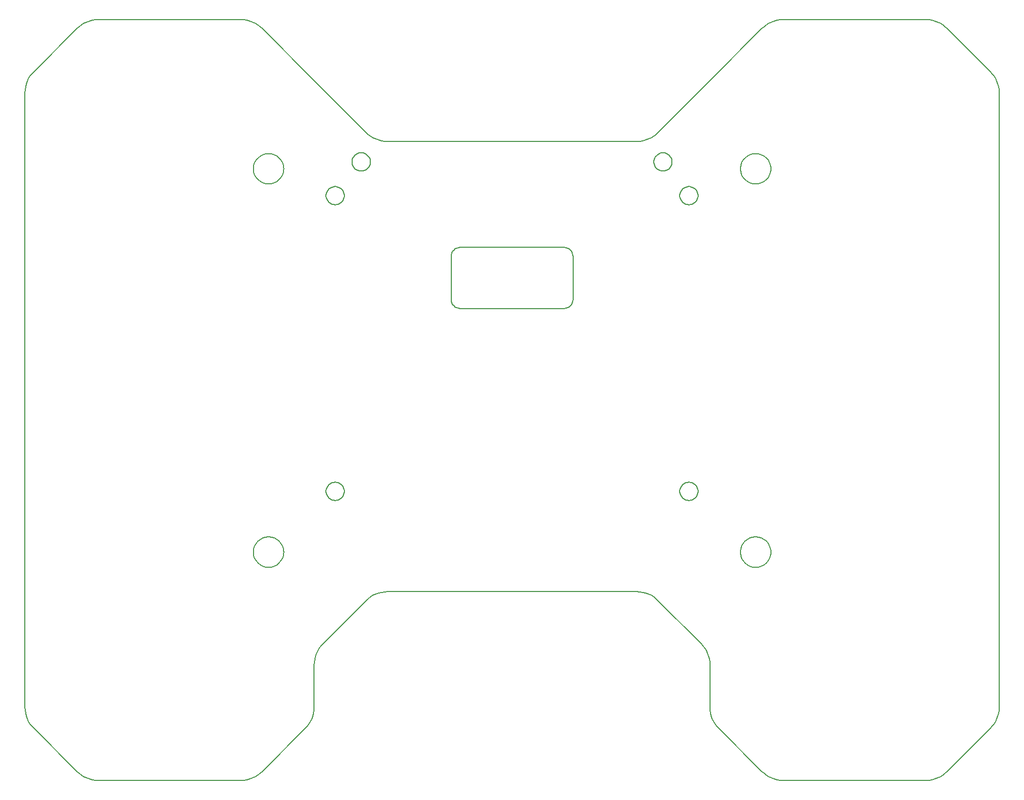
<source format=gbr>
G04 PROTEUS GERBER X2 FILE*
%TF.GenerationSoftware,Labcenter,Proteus,8.9-SP0-Build27865*%
%TF.CreationDate,2021-06-19T08:02:23+00:00*%
%TF.FileFunction,NonPlated,1,2,NPTH*%
%TF.FilePolarity,Positive*%
%TF.Part,Single*%
%TF.SameCoordinates,{64bffbd5-d61a-4640-9b31-8bd0ff2465da}*%
%FSLAX45Y45*%
%MOMM*%
G01*
%TA.AperFunction,Profile*%
%ADD23C,0.203200*%
%TD.AperFunction*%
D23*
X-2323896Y+3403910D02*
X-2324397Y+3416146D01*
X-2328466Y+3440620D01*
X-2336967Y+3465094D01*
X-2350817Y+3489568D01*
X-2372007Y+3513878D01*
X-2396481Y+3532238D01*
X-2420955Y+3544072D01*
X-2445429Y+3550963D01*
X-2469903Y+3553597D01*
X-2473629Y+3553643D01*
X-2623362Y+3403910D02*
X-2622861Y+3416146D01*
X-2618792Y+3440620D01*
X-2610291Y+3465094D01*
X-2596441Y+3489568D01*
X-2575251Y+3513878D01*
X-2550777Y+3532238D01*
X-2526303Y+3544072D01*
X-2501829Y+3550963D01*
X-2477355Y+3553597D01*
X-2473629Y+3553643D01*
X-2623362Y+3403910D02*
X-2622861Y+3391674D01*
X-2618792Y+3367200D01*
X-2610291Y+3342726D01*
X-2596441Y+3318252D01*
X-2575251Y+3293942D01*
X-2550777Y+3275582D01*
X-2526303Y+3263748D01*
X-2501829Y+3256857D01*
X-2477355Y+3254223D01*
X-2473629Y+3254177D01*
X-2323896Y+3403910D02*
X-2324397Y+3391674D01*
X-2328466Y+3367200D01*
X-2336967Y+3342726D01*
X-2350817Y+3318252D01*
X-2372007Y+3293942D01*
X-2396481Y+3275582D01*
X-2420955Y+3263748D01*
X-2445429Y+3256857D01*
X-2469903Y+3254223D01*
X-2473629Y+3254177D01*
X+2623282Y+3403910D02*
X+2622781Y+3416146D01*
X+2618712Y+3440620D01*
X+2610211Y+3465094D01*
X+2596361Y+3489568D01*
X+2575171Y+3513878D01*
X+2550697Y+3532238D01*
X+2526223Y+3544072D01*
X+2501749Y+3550963D01*
X+2477275Y+3553597D01*
X+2473549Y+3553643D01*
X+2323816Y+3403910D02*
X+2324317Y+3416146D01*
X+2328386Y+3440620D01*
X+2336887Y+3465094D01*
X+2350737Y+3489568D01*
X+2371927Y+3513878D01*
X+2396401Y+3532238D01*
X+2420875Y+3544072D01*
X+2445349Y+3550963D01*
X+2469823Y+3553597D01*
X+2473549Y+3553643D01*
X+2323816Y+3403910D02*
X+2324317Y+3391674D01*
X+2328386Y+3367200D01*
X+2336887Y+3342726D01*
X+2350737Y+3318252D01*
X+2371927Y+3293942D01*
X+2396401Y+3275582D01*
X+2420875Y+3263748D01*
X+2445349Y+3256857D01*
X+2469823Y+3254223D01*
X+2473549Y+3254177D01*
X+2623282Y+3403910D02*
X+2622781Y+3391674D01*
X+2618712Y+3367200D01*
X+2610211Y+3342726D01*
X+2596361Y+3318252D01*
X+2575171Y+3293942D01*
X+2550697Y+3275582D01*
X+2526223Y+3263748D01*
X+2501749Y+3256857D01*
X+2477275Y+3254223D01*
X+2473549Y+3254177D01*
X+2623282Y+3403910D02*
X+2622781Y+3416146D01*
X+2618712Y+3440620D01*
X+2610211Y+3465094D01*
X+2596361Y+3489568D01*
X+2575171Y+3513878D01*
X+2550697Y+3532238D01*
X+2526223Y+3544072D01*
X+2501749Y+3550963D01*
X+2477275Y+3553597D01*
X+2473549Y+3553643D01*
X+2323816Y+3403910D02*
X+2324317Y+3416146D01*
X+2328386Y+3440620D01*
X+2336887Y+3465094D01*
X+2350737Y+3489568D01*
X+2371927Y+3513878D01*
X+2396401Y+3532238D01*
X+2420875Y+3544072D01*
X+2445349Y+3550963D01*
X+2469823Y+3553597D01*
X+2473549Y+3553643D01*
X+2323816Y+3403910D02*
X+2324317Y+3391674D01*
X+2328386Y+3367200D01*
X+2336887Y+3342726D01*
X+2350737Y+3318252D01*
X+2371927Y+3293942D01*
X+2396401Y+3275582D01*
X+2420875Y+3263748D01*
X+2445349Y+3256857D01*
X+2469823Y+3254223D01*
X+2473549Y+3254177D01*
X+2623282Y+3403910D02*
X+2622781Y+3391674D01*
X+2618712Y+3367200D01*
X+2610211Y+3342726D01*
X+2596361Y+3318252D01*
X+2575171Y+3293942D01*
X+2550697Y+3275582D01*
X+2526223Y+3263748D01*
X+2501749Y+3256857D01*
X+2477275Y+3254223D01*
X+2473549Y+3254177D01*
X-2323896Y+3403910D02*
X-2324397Y+3416146D01*
X-2328466Y+3440620D01*
X-2336967Y+3465094D01*
X-2350817Y+3489568D01*
X-2372007Y+3513878D01*
X-2396481Y+3532238D01*
X-2420955Y+3544072D01*
X-2445429Y+3550963D01*
X-2469903Y+3553597D01*
X-2473629Y+3553643D01*
X-2623362Y+3403910D02*
X-2622861Y+3416146D01*
X-2618792Y+3440620D01*
X-2610291Y+3465094D01*
X-2596441Y+3489568D01*
X-2575251Y+3513878D01*
X-2550777Y+3532238D01*
X-2526303Y+3544072D01*
X-2501829Y+3550963D01*
X-2477355Y+3553597D01*
X-2473629Y+3553643D01*
X-2623362Y+3403910D02*
X-2622861Y+3391674D01*
X-2618792Y+3367200D01*
X-2610291Y+3342726D01*
X-2596441Y+3318252D01*
X-2575251Y+3293942D01*
X-2550777Y+3275582D01*
X-2526303Y+3263748D01*
X-2501829Y+3256857D01*
X-2477355Y+3254223D01*
X-2473629Y+3254177D01*
X-2323896Y+3403910D02*
X-2324397Y+3391674D01*
X-2328466Y+3367200D01*
X-2336967Y+3342726D01*
X-2350817Y+3318252D01*
X-2372007Y+3293942D01*
X-2396481Y+3275582D01*
X-2420955Y+3263748D01*
X-2445429Y+3256857D01*
X-2469903Y+3254223D01*
X-2473629Y+3254177D01*
X-7133766Y-6594814D02*
X-7839614Y-5888966D01*
X-7985800Y-5536042D02*
X-7983275Y-5587910D01*
X-7975839Y-5638064D01*
X-7963697Y-5686255D01*
X-7947056Y-5732230D01*
X-7926121Y-5775740D01*
X-7901098Y-5816533D01*
X-7872194Y-5854359D01*
X-7839614Y-5888966D01*
X-7985800Y-5536042D02*
X-7985800Y+4531792D01*
X-7983275Y+4583660D01*
X-7975839Y+4633814D01*
X-7963697Y+4682005D01*
X-7947056Y+4727980D01*
X-7926121Y+4771490D01*
X-7901098Y+4812283D01*
X-7872194Y+4850109D01*
X-7839614Y+4884716D01*
X-7839610Y+4884720D02*
X-7133770Y+5590560D01*
X-7133766Y+5590564D02*
X-7099159Y+5623144D01*
X-7061333Y+5652048D01*
X-7020540Y+5677070D01*
X-6977030Y+5698006D01*
X-6931055Y+5714647D01*
X-6882864Y+5726789D01*
X-6832710Y+5734225D01*
X-6780842Y+5736750D01*
X-4449213Y+5736750D01*
X-4096289Y+5590564D02*
X-4130896Y+5623144D01*
X-4168722Y+5652048D01*
X-4209515Y+5677070D01*
X-4253025Y+5698006D01*
X-4299001Y+5714647D01*
X-4347191Y+5726789D01*
X-4397346Y+5734225D01*
X-4449213Y+5736750D01*
X-4096289Y+5590564D02*
X-3244255Y+4738530D01*
X-3244250Y+4738530D02*
X-2392220Y+3886500D01*
X-2392221Y+3886496D02*
X-2357614Y+3853916D01*
X-2319788Y+3825012D01*
X-2278995Y+3799990D01*
X-2235485Y+3779054D01*
X-2189510Y+3762413D01*
X-2141319Y+3750271D01*
X-2091165Y+3742835D01*
X-2039297Y+3740310D01*
X+2039217Y+3740310D01*
X+2392141Y+3886496D02*
X+2357534Y+3853916D01*
X+2319708Y+3825012D01*
X+2278915Y+3799990D01*
X+2235405Y+3779054D01*
X+2189429Y+3762413D01*
X+2141239Y+3750271D01*
X+2091084Y+3742835D01*
X+2039217Y+3740310D01*
X+2392141Y+3886496D02*
X+3244175Y+4738530D01*
X+4096209Y+5590564D01*
X+4130816Y+5623144D01*
X+4168642Y+5652048D01*
X+4209435Y+5677070D01*
X+4252945Y+5698006D01*
X+4298920Y+5714647D01*
X+4347111Y+5726789D01*
X+4397265Y+5734225D01*
X+4449133Y+5736750D01*
X+6780762Y+5736750D01*
X+7133686Y+5590564D02*
X+7099079Y+5623144D01*
X+7061253Y+5652048D01*
X+7020460Y+5677070D01*
X+6976950Y+5698006D01*
X+6930975Y+5714647D01*
X+6882784Y+5726789D01*
X+6832630Y+5734225D01*
X+6780762Y+5736750D01*
X+7133686Y+5590564D02*
X+7839534Y+4884716D01*
X+7985720Y+4531792D02*
X+7983195Y+4583660D01*
X+7975759Y+4633814D01*
X+7963617Y+4682005D01*
X+7946976Y+4727980D01*
X+7926041Y+4771490D01*
X+7901018Y+4812283D01*
X+7872114Y+4850109D01*
X+7839534Y+4884716D01*
X+7985720Y+4531792D02*
X+7985720Y-5536042D01*
X+7983195Y-5587910D01*
X+7975759Y-5638064D01*
X+7963617Y-5686255D01*
X+7946976Y-5732230D01*
X+7926041Y-5775740D01*
X+7901018Y-5816533D01*
X+7872114Y-5854359D01*
X+7839534Y-5888966D01*
X+7133686Y-6594814D01*
X+7099079Y-6627394D01*
X+7061253Y-6656298D01*
X+7020460Y-6681320D01*
X+6976950Y-6702256D01*
X+6930975Y-6718897D01*
X+6882784Y-6731039D01*
X+6832630Y-6738475D01*
X+6780762Y-6741000D01*
X+4449133Y-6741000D01*
X+4096209Y-6594814D02*
X+4130816Y-6627394D01*
X+4168642Y-6656298D01*
X+4209435Y-6681320D01*
X+4252945Y-6702256D01*
X+4298920Y-6718897D01*
X+4347111Y-6731039D01*
X+4397265Y-6738475D01*
X+4449133Y-6741000D01*
X+4096209Y-6594814D02*
X+3390361Y-5888966D01*
X+3244175Y-5536042D02*
X+3246700Y-5587910D01*
X+3254136Y-5638064D01*
X+3266278Y-5686255D01*
X+3282920Y-5732230D01*
X+3303855Y-5775740D01*
X+3328877Y-5816533D01*
X+3357781Y-5854359D01*
X+3390361Y-5888966D01*
X+3244175Y-5536042D02*
X+3244175Y-4851476D01*
X+3241650Y-4799608D01*
X+3234214Y-4749454D01*
X+3222072Y-4701263D01*
X+3205430Y-4655288D01*
X+3184495Y-4611778D01*
X+3159473Y-4570985D01*
X+3130569Y-4533159D01*
X+3097989Y-4498552D01*
X+2392141Y-3792704D01*
X+2357534Y-3760124D01*
X+2319708Y-3731220D01*
X+2278915Y-3706198D01*
X+2235405Y-3685262D01*
X+2189429Y-3668621D01*
X+2141239Y-3656479D01*
X+2091084Y-3649043D01*
X+2039217Y-3646518D01*
X-2039297Y-3646518D01*
X-2392221Y-3792704D02*
X-2357614Y-3760124D01*
X-2319788Y-3731220D01*
X-2278995Y-3706198D01*
X-2235485Y-3685262D01*
X-2189510Y-3668621D01*
X-2141319Y-3656479D01*
X-2091165Y-3649043D01*
X-2039297Y-3646518D01*
X-2392221Y-3792704D02*
X-3098069Y-4498552D01*
X-3244255Y-4851476D02*
X-3241730Y-4799608D01*
X-3234294Y-4749454D01*
X-3222152Y-4701263D01*
X-3205510Y-4655288D01*
X-3184575Y-4611778D01*
X-3159553Y-4570985D01*
X-3130649Y-4533159D01*
X-3098069Y-4498552D01*
X-3244255Y-4851476D02*
X-3244255Y-5536042D01*
X-3246780Y-5587910D01*
X-3254216Y-5638064D01*
X-3266358Y-5686255D01*
X-3283000Y-5732230D01*
X-3303935Y-5775740D01*
X-3328957Y-5816533D01*
X-3357861Y-5854359D01*
X-3390441Y-5888966D01*
X-4096289Y-6594814D01*
X-4130896Y-6627394D01*
X-4168722Y-6656298D01*
X-4209515Y-6681320D01*
X-4253025Y-6702256D01*
X-4299001Y-6718897D01*
X-4347191Y-6731039D01*
X-4397346Y-6738475D01*
X-4449213Y-6741000D01*
X-6780842Y-6741000D01*
X-7133766Y-6594814D02*
X-7099159Y-6627394D01*
X-7061333Y-6656298D01*
X-7020540Y-6681320D01*
X-6977030Y-6702256D01*
X-6931055Y-6718897D01*
X-6882864Y-6731039D01*
X-6832710Y-6738475D01*
X-6780842Y-6741000D01*
X-3743365Y+3291111D02*
X-3744179Y+3311247D01*
X-3750787Y+3351520D01*
X-3764576Y+3391793D01*
X-3786985Y+3432066D01*
X-3821224Y+3472214D01*
X-3861497Y+3503256D01*
X-3901770Y+3523424D01*
X-3942043Y+3535425D01*
X-3982316Y+3540441D01*
X-3992920Y+3540666D01*
X-4242475Y+3291111D02*
X-4241661Y+3311247D01*
X-4235053Y+3351520D01*
X-4221264Y+3391793D01*
X-4198855Y+3432066D01*
X-4164616Y+3472214D01*
X-4124343Y+3503256D01*
X-4084070Y+3523424D01*
X-4043797Y+3535425D01*
X-4003524Y+3540441D01*
X-3992920Y+3540666D01*
X-4242475Y+3291111D02*
X-4241661Y+3270975D01*
X-4235053Y+3230702D01*
X-4221264Y+3190429D01*
X-4198855Y+3150156D01*
X-4164616Y+3110008D01*
X-4124343Y+3078966D01*
X-4084070Y+3058798D01*
X-4043797Y+3046797D01*
X-4003524Y+3041781D01*
X-3992920Y+3041556D01*
X-3743365Y+3291111D02*
X-3744179Y+3270975D01*
X-3750787Y+3230702D01*
X-3764576Y+3190429D01*
X-3786985Y+3150156D01*
X-3821224Y+3110008D01*
X-3861497Y+3078966D01*
X-3901770Y+3058798D01*
X-3942043Y+3046797D01*
X-3982316Y+3041781D01*
X-3992920Y+3041556D01*
X+4242395Y+3291111D02*
X+4241581Y+3311247D01*
X+4234973Y+3351520D01*
X+4221184Y+3391793D01*
X+4198775Y+3432066D01*
X+4164536Y+3472214D01*
X+4124263Y+3503256D01*
X+4083990Y+3523424D01*
X+4043717Y+3535425D01*
X+4003444Y+3540441D01*
X+3992840Y+3540666D01*
X+3743285Y+3291111D02*
X+3744099Y+3311247D01*
X+3750707Y+3351520D01*
X+3764496Y+3391793D01*
X+3786905Y+3432066D01*
X+3821144Y+3472214D01*
X+3861417Y+3503256D01*
X+3901690Y+3523424D01*
X+3941963Y+3535425D01*
X+3982236Y+3540441D01*
X+3992840Y+3540666D01*
X+3743285Y+3291111D02*
X+3744099Y+3270975D01*
X+3750707Y+3230702D01*
X+3764496Y+3190429D01*
X+3786905Y+3150156D01*
X+3821144Y+3110008D01*
X+3861417Y+3078966D01*
X+3901690Y+3058798D01*
X+3941963Y+3046797D01*
X+3982236Y+3041781D01*
X+3992840Y+3041556D01*
X+4242395Y+3291111D02*
X+4241581Y+3270975D01*
X+4234973Y+3230702D01*
X+4221184Y+3190429D01*
X+4198775Y+3150156D01*
X+4164536Y+3110008D01*
X+4124263Y+3078966D01*
X+4083990Y+3058798D01*
X+4043717Y+3046797D01*
X+4003444Y+3041781D01*
X+3992840Y+3041556D01*
X-3743365Y-2997675D02*
X-3744179Y-2977539D01*
X-3750787Y-2937266D01*
X-3764576Y-2896993D01*
X-3786985Y-2856720D01*
X-3821224Y-2816572D01*
X-3861497Y-2785530D01*
X-3901770Y-2765362D01*
X-3942043Y-2753361D01*
X-3982316Y-2748345D01*
X-3992920Y-2748120D01*
X-4242475Y-2997675D02*
X-4241661Y-2977539D01*
X-4235053Y-2937266D01*
X-4221264Y-2896993D01*
X-4198855Y-2856720D01*
X-4164616Y-2816572D01*
X-4124343Y-2785530D01*
X-4084070Y-2765362D01*
X-4043797Y-2753361D01*
X-4003524Y-2748345D01*
X-3992920Y-2748120D01*
X-4242475Y-2997675D02*
X-4241661Y-3017811D01*
X-4235053Y-3058084D01*
X-4221264Y-3098357D01*
X-4198855Y-3138630D01*
X-4164616Y-3178778D01*
X-4124343Y-3209820D01*
X-4084070Y-3229988D01*
X-4043797Y-3241989D01*
X-4003524Y-3247005D01*
X-3992920Y-3247230D01*
X-3743365Y-2997675D02*
X-3744179Y-3017811D01*
X-3750787Y-3058084D01*
X-3764576Y-3098357D01*
X-3786985Y-3138630D01*
X-3821224Y-3178778D01*
X-3861497Y-3209820D01*
X-3901770Y-3229988D01*
X-3942043Y-3241989D01*
X-3982316Y-3247005D01*
X-3992920Y-3247230D01*
X+4242395Y-2997675D02*
X+4241581Y-2977539D01*
X+4234973Y-2937266D01*
X+4221184Y-2896993D01*
X+4198775Y-2856720D01*
X+4164536Y-2816572D01*
X+4124263Y-2785530D01*
X+4083990Y-2765362D01*
X+4043717Y-2753361D01*
X+4003444Y-2748345D01*
X+3992840Y-2748120D01*
X+3743285Y-2997675D02*
X+3744099Y-2977539D01*
X+3750707Y-2937266D01*
X+3764496Y-2896993D01*
X+3786905Y-2856720D01*
X+3821144Y-2816572D01*
X+3861417Y-2785530D01*
X+3901690Y-2765362D01*
X+3941963Y-2753361D01*
X+3982236Y-2748345D01*
X+3992840Y-2748120D01*
X+3743285Y-2997675D02*
X+3744099Y-3017811D01*
X+3750707Y-3058084D01*
X+3764496Y-3098357D01*
X+3786905Y-3138630D01*
X+3821144Y-3178778D01*
X+3861417Y-3209820D01*
X+3901690Y-3229988D01*
X+3941963Y-3241989D01*
X+3982236Y-3247005D01*
X+3992840Y-3247230D01*
X+4242395Y-2997675D02*
X+4241581Y-3017811D01*
X+4234973Y-3058084D01*
X+4221184Y-3098357D01*
X+4198775Y-3138630D01*
X+4164536Y-3178778D01*
X+4124263Y-3209820D01*
X+4083990Y-3229988D01*
X+4043717Y-3241989D01*
X+4003444Y-3247005D01*
X+3992840Y-3247230D01*
X+850000Y+2000000D02*
X-850000Y+2000000D01*
X+1000000Y+1850000D02*
X+1000000Y+1150000D01*
X+850000Y+1000000D02*
X-850000Y+1000000D01*
X-1000000Y+1850000D02*
X-1000000Y+1150000D01*
X-850000Y+1000000D02*
X-880670Y+1002985D01*
X-909033Y+1011572D01*
X-934540Y+1025214D01*
X-956641Y+1043359D01*
X-974787Y+1065460D01*
X-988428Y+1090967D01*
X-997015Y+1119330D01*
X-1000000Y+1150000D01*
X+1000000Y+1150000D02*
X+997015Y+1119330D01*
X+988428Y+1090967D01*
X+974787Y+1065460D01*
X+956641Y+1043359D01*
X+934540Y+1025214D01*
X+909033Y+1011572D01*
X+880670Y+1002985D01*
X+850000Y+1000000D01*
X+850000Y+2000000D02*
X+880670Y+1997015D01*
X+909033Y+1988428D01*
X+934540Y+1974786D01*
X+956641Y+1956641D01*
X+974787Y+1934540D01*
X+988428Y+1909033D01*
X+997015Y+1880670D01*
X+1000000Y+1850000D01*
X-1000000Y+1850000D02*
X-997015Y+1880670D01*
X-988428Y+1909033D01*
X-974787Y+1934540D01*
X-956641Y+1956641D01*
X-934540Y+1974786D01*
X-909033Y+1988428D01*
X-880670Y+1997015D01*
X-850000Y+2000000D01*
X-2750000Y+2850000D02*
X-2750502Y+2862258D01*
X-2754578Y+2886775D01*
X-2763094Y+2911292D01*
X-2776968Y+2935809D01*
X-2798194Y+2960161D01*
X-2822711Y+2978555D01*
X-2847228Y+2990411D01*
X-2871745Y+2997315D01*
X-2896262Y+2999953D01*
X-2900000Y+3000000D01*
X-3050000Y+2850000D02*
X-3049498Y+2862258D01*
X-3045422Y+2886775D01*
X-3036906Y+2911292D01*
X-3023032Y+2935809D01*
X-3001806Y+2960161D01*
X-2977289Y+2978555D01*
X-2952772Y+2990411D01*
X-2928255Y+2997315D01*
X-2903738Y+2999953D01*
X-2900000Y+3000000D01*
X-3050000Y+2850000D02*
X-3049498Y+2837742D01*
X-3045422Y+2813225D01*
X-3036906Y+2788708D01*
X-3023032Y+2764191D01*
X-3001806Y+2739839D01*
X-2977289Y+2721445D01*
X-2952772Y+2709589D01*
X-2928255Y+2702685D01*
X-2903738Y+2700047D01*
X-2900000Y+2700000D01*
X-2750000Y+2850000D02*
X-2750502Y+2837742D01*
X-2754578Y+2813225D01*
X-2763094Y+2788708D01*
X-2776968Y+2764191D01*
X-2798194Y+2739839D01*
X-2822711Y+2721445D01*
X-2847228Y+2709589D01*
X-2871745Y+2702685D01*
X-2896262Y+2700047D01*
X-2900000Y+2700000D01*
X+3050000Y+2850000D02*
X+3049498Y+2862258D01*
X+3045422Y+2886775D01*
X+3036906Y+2911292D01*
X+3023032Y+2935809D01*
X+3001806Y+2960161D01*
X+2977289Y+2978555D01*
X+2952772Y+2990411D01*
X+2928255Y+2997315D01*
X+2903738Y+2999953D01*
X+2900000Y+3000000D01*
X+2750000Y+2850000D02*
X+2750502Y+2862258D01*
X+2754578Y+2886775D01*
X+2763094Y+2911292D01*
X+2776968Y+2935809D01*
X+2798194Y+2960161D01*
X+2822711Y+2978555D01*
X+2847228Y+2990411D01*
X+2871745Y+2997315D01*
X+2896262Y+2999953D01*
X+2900000Y+3000000D01*
X+2750000Y+2850000D02*
X+2750502Y+2837742D01*
X+2754578Y+2813225D01*
X+2763094Y+2788708D01*
X+2776968Y+2764191D01*
X+2798194Y+2739839D01*
X+2822711Y+2721445D01*
X+2847228Y+2709589D01*
X+2871745Y+2702685D01*
X+2896262Y+2700047D01*
X+2900000Y+2700000D01*
X+3050000Y+2850000D02*
X+3049498Y+2837742D01*
X+3045422Y+2813225D01*
X+3036906Y+2788708D01*
X+3023032Y+2764191D01*
X+3001806Y+2739839D01*
X+2977289Y+2721445D01*
X+2952772Y+2709589D01*
X+2928255Y+2702685D01*
X+2903738Y+2700047D01*
X+2900000Y+2700000D01*
X+3050000Y-2000000D02*
X+3049498Y-1987742D01*
X+3045422Y-1963225D01*
X+3036906Y-1938708D01*
X+3023032Y-1914191D01*
X+3001806Y-1889839D01*
X+2977289Y-1871445D01*
X+2952772Y-1859589D01*
X+2928255Y-1852685D01*
X+2903738Y-1850047D01*
X+2900000Y-1850000D01*
X+2750000Y-2000000D02*
X+2750502Y-1987742D01*
X+2754578Y-1963225D01*
X+2763094Y-1938708D01*
X+2776968Y-1914191D01*
X+2798194Y-1889839D01*
X+2822711Y-1871445D01*
X+2847228Y-1859589D01*
X+2871745Y-1852685D01*
X+2896262Y-1850047D01*
X+2900000Y-1850000D01*
X+2750000Y-2000000D02*
X+2750502Y-2012258D01*
X+2754578Y-2036775D01*
X+2763094Y-2061292D01*
X+2776968Y-2085809D01*
X+2798194Y-2110161D01*
X+2822711Y-2128555D01*
X+2847228Y-2140411D01*
X+2871745Y-2147315D01*
X+2896262Y-2149953D01*
X+2900000Y-2150000D01*
X+3050000Y-2000000D02*
X+3049498Y-2012258D01*
X+3045422Y-2036775D01*
X+3036906Y-2061292D01*
X+3023032Y-2085809D01*
X+3001806Y-2110161D01*
X+2977289Y-2128555D01*
X+2952772Y-2140411D01*
X+2928255Y-2147315D01*
X+2903738Y-2149953D01*
X+2900000Y-2150000D01*
X-2750000Y-2000000D02*
X-2750502Y-1987742D01*
X-2754578Y-1963225D01*
X-2763094Y-1938708D01*
X-2776968Y-1914191D01*
X-2798194Y-1889839D01*
X-2822711Y-1871445D01*
X-2847228Y-1859589D01*
X-2871745Y-1852685D01*
X-2896262Y-1850047D01*
X-2900000Y-1850000D01*
X-3050000Y-2000000D02*
X-3049498Y-1987742D01*
X-3045422Y-1963225D01*
X-3036906Y-1938708D01*
X-3023032Y-1914191D01*
X-3001806Y-1889839D01*
X-2977289Y-1871445D01*
X-2952772Y-1859589D01*
X-2928255Y-1852685D01*
X-2903738Y-1850047D01*
X-2900000Y-1850000D01*
X-3050000Y-2000000D02*
X-3049498Y-2012258D01*
X-3045422Y-2036775D01*
X-3036906Y-2061292D01*
X-3023032Y-2085809D01*
X-3001806Y-2110161D01*
X-2977289Y-2128555D01*
X-2952772Y-2140411D01*
X-2928255Y-2147315D01*
X-2903738Y-2149953D01*
X-2900000Y-2150000D01*
X-2750000Y-2000000D02*
X-2750502Y-2012258D01*
X-2754578Y-2036775D01*
X-2763094Y-2061292D01*
X-2776968Y-2085809D01*
X-2798194Y-2110161D01*
X-2822711Y-2128555D01*
X-2847228Y-2140411D01*
X-2871745Y-2147315D01*
X-2896262Y-2149953D01*
X-2900000Y-2150000D01*
M02*

</source>
